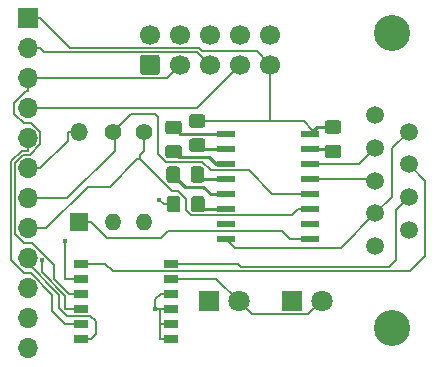
<source format=gtl>
G04 #@! TF.GenerationSoftware,KiCad,Pcbnew,(5.1.7)-1*
G04 #@! TF.CreationDate,2023-02-23T23:14:07-08:00*
G04 #@! TF.ProjectId,MB9X-UART,4d423958-2d55-4415-9254-2e6b69636164,rev?*
G04 #@! TF.SameCoordinates,Original*
G04 #@! TF.FileFunction,Copper,L1,Top*
G04 #@! TF.FilePolarity,Positive*
%FSLAX46Y46*%
G04 Gerber Fmt 4.6, Leading zero omitted, Abs format (unit mm)*
G04 Created by KiCad (PCBNEW (5.1.7)-1) date 2023-02-23 23:14:07*
%MOMM*%
%LPD*%
G01*
G04 APERTURE LIST*
G04 #@! TA.AperFunction,ComponentPad*
%ADD10O,1.700000X1.700000*%
G04 #@! TD*
G04 #@! TA.AperFunction,ComponentPad*
%ADD11R,1.700000X1.700000*%
G04 #@! TD*
G04 #@! TA.AperFunction,ComponentPad*
%ADD12C,3.048000*%
G04 #@! TD*
G04 #@! TA.AperFunction,ComponentPad*
%ADD13C,1.498600*%
G04 #@! TD*
G04 #@! TA.AperFunction,ComponentPad*
%ADD14O,1.400000X1.400000*%
G04 #@! TD*
G04 #@! TA.AperFunction,ComponentPad*
%ADD15C,1.400000*%
G04 #@! TD*
G04 #@! TA.AperFunction,SMDPad,CuDef*
%ADD16R,1.270000X0.760000*%
G04 #@! TD*
G04 #@! TA.AperFunction,SMDPad,CuDef*
%ADD17R,1.500000X0.600000*%
G04 #@! TD*
G04 #@! TA.AperFunction,ComponentPad*
%ADD18C,1.700000*%
G04 #@! TD*
G04 #@! TA.AperFunction,ComponentPad*
%ADD19C,1.800000*%
G04 #@! TD*
G04 #@! TA.AperFunction,ComponentPad*
%ADD20R,1.800000X1.800000*%
G04 #@! TD*
G04 #@! TA.AperFunction,ComponentPad*
%ADD21O,1.500000X1.500000*%
G04 #@! TD*
G04 #@! TA.AperFunction,ComponentPad*
%ADD22R,1.500000X1.500000*%
G04 #@! TD*
G04 #@! TA.AperFunction,ViaPad*
%ADD23C,0.381000*%
G04 #@! TD*
G04 #@! TA.AperFunction,Conductor*
%ADD24C,0.250000*%
G04 #@! TD*
G04 #@! TA.AperFunction,Conductor*
%ADD25C,0.152400*%
G04 #@! TD*
G04 APERTURE END LIST*
D10*
X131650000Y-110190000D03*
X131650000Y-107650000D03*
X131650000Y-105110000D03*
X131650000Y-102570000D03*
X131650000Y-100030000D03*
X131650000Y-97490000D03*
X131650000Y-94950000D03*
X131650000Y-92410000D03*
X131650000Y-89870000D03*
X131650000Y-87330000D03*
X131650000Y-84790000D03*
D11*
X131650000Y-82250000D03*
D12*
X162500002Y-108495000D03*
X162500002Y-83505000D03*
D13*
X163920001Y-100154998D03*
X163920001Y-97384998D03*
X163920001Y-94614999D03*
X163920001Y-91844999D03*
X161080002Y-101539999D03*
X161080002Y-98770000D03*
X161080002Y-96000000D03*
X161080002Y-93230000D03*
X161080002Y-90460001D03*
D14*
X141500000Y-99520000D03*
D15*
X141500000Y-91900000D03*
D14*
X138900000Y-99520000D03*
D15*
X138900000Y-91900000D03*
D16*
X143810000Y-109375000D03*
X143810000Y-108105000D03*
X143810000Y-106835000D03*
X136190000Y-106835000D03*
X136190000Y-108105000D03*
X136190000Y-109375000D03*
X143810000Y-105565000D03*
X136190000Y-105565000D03*
X143810000Y-104295000D03*
X136190000Y-104295000D03*
X143810000Y-103025000D03*
X136190000Y-103025000D03*
D17*
X155550000Y-92055000D03*
X155550000Y-93325000D03*
X155550000Y-94595000D03*
X155550000Y-95865000D03*
X155550000Y-97135000D03*
X155550000Y-98405000D03*
X155550000Y-99675000D03*
X155550000Y-100945000D03*
X148450000Y-100945000D03*
X148450000Y-99675000D03*
X148450000Y-98405000D03*
X148450000Y-97135000D03*
X148450000Y-95865000D03*
X148450000Y-94595000D03*
X148450000Y-93325000D03*
X148450000Y-92055000D03*
D18*
X152160000Y-83660000D03*
X149620000Y-83660000D03*
X147080000Y-83660000D03*
X144540000Y-83660000D03*
X142000000Y-83660000D03*
X152160000Y-86200000D03*
X149620000Y-86200000D03*
X147080000Y-86200000D03*
X144540000Y-86200000D03*
G04 #@! TA.AperFunction,ComponentPad*
G36*
G01*
X142600000Y-87050000D02*
X141400000Y-87050000D01*
G75*
G02*
X141150000Y-86800000I0J250000D01*
G01*
X141150000Y-85600000D01*
G75*
G02*
X141400000Y-85350000I250000J0D01*
G01*
X142600000Y-85350000D01*
G75*
G02*
X142850000Y-85600000I0J-250000D01*
G01*
X142850000Y-86800000D01*
G75*
G02*
X142600000Y-87050000I-250000J0D01*
G01*
G37*
G04 #@! TD.AperFunction*
D19*
X156540000Y-106200000D03*
D20*
X154000000Y-106200000D03*
D19*
X149540000Y-106200000D03*
D20*
X147000000Y-106200000D03*
D21*
X136000000Y-91880000D03*
D22*
X136000000Y-99500000D03*
G04 #@! TA.AperFunction,SMDPad,CuDef*
G36*
G01*
X157049999Y-92950000D02*
X157950001Y-92950000D01*
G75*
G02*
X158200000Y-93199999I0J-249999D01*
G01*
X158200000Y-93850001D01*
G75*
G02*
X157950001Y-94100000I-249999J0D01*
G01*
X157049999Y-94100000D01*
G75*
G02*
X156800000Y-93850001I0J249999D01*
G01*
X156800000Y-93199999D01*
G75*
G02*
X157049999Y-92950000I249999J0D01*
G01*
G37*
G04 #@! TD.AperFunction*
G04 #@! TA.AperFunction,SMDPad,CuDef*
G36*
G01*
X157049999Y-90900000D02*
X157950001Y-90900000D01*
G75*
G02*
X158200000Y-91149999I0J-249999D01*
G01*
X158200000Y-91800001D01*
G75*
G02*
X157950001Y-92050000I-249999J0D01*
G01*
X157049999Y-92050000D01*
G75*
G02*
X156800000Y-91800001I0J249999D01*
G01*
X156800000Y-91149999D01*
G75*
G02*
X157049999Y-90900000I249999J0D01*
G01*
G37*
G04 #@! TD.AperFunction*
G04 #@! TA.AperFunction,SMDPad,CuDef*
G36*
G01*
X145549999Y-92425000D02*
X146450001Y-92425000D01*
G75*
G02*
X146700000Y-92674999I0J-249999D01*
G01*
X146700000Y-93325001D01*
G75*
G02*
X146450001Y-93575000I-249999J0D01*
G01*
X145549999Y-93575000D01*
G75*
G02*
X145300000Y-93325001I0J249999D01*
G01*
X145300000Y-92674999D01*
G75*
G02*
X145549999Y-92425000I249999J0D01*
G01*
G37*
G04 #@! TD.AperFunction*
G04 #@! TA.AperFunction,SMDPad,CuDef*
G36*
G01*
X145549999Y-90375000D02*
X146450001Y-90375000D01*
G75*
G02*
X146700000Y-90624999I0J-249999D01*
G01*
X146700000Y-91275001D01*
G75*
G02*
X146450001Y-91525000I-249999J0D01*
G01*
X145549999Y-91525000D01*
G75*
G02*
X145300000Y-91275001I0J249999D01*
G01*
X145300000Y-90624999D01*
G75*
G02*
X145549999Y-90375000I249999J0D01*
G01*
G37*
G04 #@! TD.AperFunction*
G04 #@! TA.AperFunction,SMDPad,CuDef*
G36*
G01*
X144550000Y-95049999D02*
X144550000Y-95950001D01*
G75*
G02*
X144300001Y-96200000I-249999J0D01*
G01*
X143649999Y-96200000D01*
G75*
G02*
X143400000Y-95950001I0J249999D01*
G01*
X143400000Y-95049999D01*
G75*
G02*
X143649999Y-94800000I249999J0D01*
G01*
X144300001Y-94800000D01*
G75*
G02*
X144550000Y-95049999I0J-249999D01*
G01*
G37*
G04 #@! TD.AperFunction*
G04 #@! TA.AperFunction,SMDPad,CuDef*
G36*
G01*
X146600000Y-95049999D02*
X146600000Y-95950001D01*
G75*
G02*
X146350001Y-96200000I-249999J0D01*
G01*
X145699999Y-96200000D01*
G75*
G02*
X145450000Y-95950001I0J249999D01*
G01*
X145450000Y-95049999D01*
G75*
G02*
X145699999Y-94800000I249999J0D01*
G01*
X146350001Y-94800000D01*
G75*
G02*
X146600000Y-95049999I0J-249999D01*
G01*
G37*
G04 #@! TD.AperFunction*
G04 #@! TA.AperFunction,SMDPad,CuDef*
G36*
G01*
X144575000Y-97549999D02*
X144575000Y-98450001D01*
G75*
G02*
X144325001Y-98700000I-249999J0D01*
G01*
X143674999Y-98700000D01*
G75*
G02*
X143425000Y-98450001I0J249999D01*
G01*
X143425000Y-97549999D01*
G75*
G02*
X143674999Y-97300000I249999J0D01*
G01*
X144325001Y-97300000D01*
G75*
G02*
X144575000Y-97549999I0J-249999D01*
G01*
G37*
G04 #@! TD.AperFunction*
G04 #@! TA.AperFunction,SMDPad,CuDef*
G36*
G01*
X146625000Y-97549999D02*
X146625000Y-98450001D01*
G75*
G02*
X146375001Y-98700000I-249999J0D01*
G01*
X145724999Y-98700000D01*
G75*
G02*
X145475000Y-98450001I0J249999D01*
G01*
X145475000Y-97549999D01*
G75*
G02*
X145724999Y-97300000I249999J0D01*
G01*
X146375001Y-97300000D01*
G75*
G02*
X146625000Y-97549999I0J-249999D01*
G01*
G37*
G04 #@! TD.AperFunction*
G04 #@! TA.AperFunction,SMDPad,CuDef*
G36*
G01*
X143549999Y-92975000D02*
X144450001Y-92975000D01*
G75*
G02*
X144700000Y-93224999I0J-249999D01*
G01*
X144700000Y-93875001D01*
G75*
G02*
X144450001Y-94125000I-249999J0D01*
G01*
X143549999Y-94125000D01*
G75*
G02*
X143300000Y-93875001I0J249999D01*
G01*
X143300000Y-93224999D01*
G75*
G02*
X143549999Y-92975000I249999J0D01*
G01*
G37*
G04 #@! TD.AperFunction*
G04 #@! TA.AperFunction,SMDPad,CuDef*
G36*
G01*
X143549999Y-90925000D02*
X144450001Y-90925000D01*
G75*
G02*
X144700000Y-91174999I0J-249999D01*
G01*
X144700000Y-91825001D01*
G75*
G02*
X144450001Y-92075000I-249999J0D01*
G01*
X143549999Y-92075000D01*
G75*
G02*
X143300000Y-91825001I0J249999D01*
G01*
X143300000Y-91174999D01*
G75*
G02*
X143549999Y-90925000I249999J0D01*
G01*
G37*
G04 #@! TD.AperFunction*
D23*
X157500000Y-93525000D03*
X142446100Y-106835000D03*
X142800000Y-97600000D03*
X132860100Y-102702900D03*
X134826100Y-101073900D03*
D24*
X148450000Y-94595000D02*
X147595000Y-94595000D01*
X147595000Y-94595000D02*
X147000000Y-94000000D01*
X147000000Y-94000000D02*
X144450000Y-94000000D01*
X144450000Y-94000000D02*
X144000000Y-93550000D01*
X148450000Y-92055000D02*
X144555000Y-92055000D01*
X144555000Y-92055000D02*
X144000000Y-91500000D01*
D25*
X157093300Y-93325000D02*
X157233500Y-93325000D01*
X142878100Y-106835000D02*
X142446100Y-106835000D01*
X143310000Y-106835000D02*
X142878100Y-106835000D01*
X142878100Y-106835000D02*
X142878100Y-108105000D01*
X142916200Y-105565000D02*
X142446100Y-106035100D01*
X142446100Y-106035100D02*
X142446100Y-106835000D01*
X143310000Y-105565000D02*
X142916200Y-105565000D01*
X143310000Y-108105000D02*
X142878100Y-108105000D01*
X143310000Y-109375000D02*
X142878100Y-109375000D01*
X142878100Y-108105000D02*
X142878100Y-109375000D01*
D24*
X157093300Y-93325000D02*
X157300000Y-93325000D01*
X157300000Y-93325000D02*
X157500000Y-93525000D01*
X155550000Y-93325000D02*
X157093300Y-93325000D01*
D25*
X143200000Y-98000000D02*
X142800000Y-97600000D01*
X144000000Y-98000000D02*
X143200000Y-98000000D01*
D24*
X148450000Y-98405000D02*
X146455000Y-98405000D01*
X146455000Y-98405000D02*
X146050000Y-98000000D01*
X148450000Y-97135000D02*
X147135000Y-97135000D01*
X147135000Y-97135000D02*
X146525000Y-96525000D01*
X146525000Y-96525000D02*
X145000000Y-96525000D01*
X145000000Y-96525000D02*
X143975000Y-95500000D01*
X148450000Y-95865000D02*
X146390000Y-95865000D01*
X146390000Y-95865000D02*
X146025000Y-95500000D01*
X148450000Y-93325000D02*
X146325000Y-93325000D01*
X146325000Y-93325000D02*
X146000000Y-93000000D01*
D25*
X132728900Y-82250000D02*
X135268900Y-84790000D01*
X135268900Y-84790000D02*
X146119700Y-84790000D01*
X146119700Y-84790000D02*
X146398900Y-85069200D01*
X146398900Y-85069200D02*
X151029200Y-85069200D01*
X151029200Y-85069200D02*
X152160000Y-86200000D01*
X131650000Y-82250000D02*
X132728900Y-82250000D01*
X152160000Y-90950000D02*
X152160000Y-86200000D01*
X156540000Y-106200000D02*
X155411000Y-107329000D01*
X155411000Y-107329000D02*
X150669000Y-107329000D01*
X150669000Y-107329000D02*
X149540000Y-106200000D01*
X149540000Y-106200000D02*
X147635000Y-104295000D01*
X147635000Y-104295000D02*
X143310000Y-104295000D01*
X152160000Y-90950000D02*
X146000000Y-90950000D01*
X155840000Y-91765000D02*
X155025000Y-90950000D01*
X155025000Y-90950000D02*
X152160000Y-90950000D01*
D24*
X155840000Y-91765000D02*
X155550000Y-92055000D01*
X157500000Y-91475000D02*
X156130000Y-91475000D01*
X156130000Y-91475000D02*
X155840000Y-91765000D01*
D25*
X136000000Y-91880000D02*
X135021100Y-91880000D01*
X131650000Y-94950000D02*
X132728900Y-94950000D01*
X135021100Y-91880000D02*
X135021100Y-92657800D01*
X135021100Y-92657800D02*
X132728900Y-94950000D01*
X138378900Y-100900000D02*
X136978900Y-99500000D01*
X136978900Y-99500000D02*
X136000000Y-99500000D01*
X143500000Y-100300000D02*
X142900000Y-100900000D01*
X153200000Y-100300000D02*
X143500000Y-100300000D01*
X153845000Y-100945000D02*
X153200000Y-100300000D01*
X142900000Y-100900000D02*
X138378900Y-100900000D01*
X155550000Y-100945000D02*
X153845000Y-100945000D01*
X135690000Y-109375000D02*
X136553900Y-109375000D01*
X136977400Y-109375000D02*
X136190000Y-109375000D01*
X137400000Y-107888518D02*
X137400000Y-108952400D01*
X136955482Y-107444000D02*
X137400000Y-107888518D01*
X134958200Y-107444000D02*
X136955482Y-107444000D01*
X134299600Y-106785400D02*
X134958200Y-107444000D01*
X134299600Y-105651300D02*
X134299600Y-106785400D01*
X137400000Y-108952400D02*
X136977400Y-109375000D01*
X131650000Y-103001700D02*
X134299600Y-105651300D01*
X131650000Y-102570000D02*
X131650000Y-103001700D01*
X141168700Y-94189800D02*
X141168700Y-93831300D01*
X141168700Y-93831300D02*
X141500000Y-93500000D01*
X154571100Y-98405000D02*
X154042200Y-98933900D01*
X154042200Y-98933900D02*
X145467000Y-98933900D01*
X145467000Y-98933900D02*
X145025000Y-98491900D01*
X145025000Y-98491900D02*
X145025000Y-97519100D01*
X145025000Y-97519100D02*
X144384900Y-96879000D01*
X144384900Y-96879000D02*
X143857900Y-96879000D01*
X143857900Y-96879000D02*
X141168700Y-94189800D01*
X141168700Y-94189800D02*
X140913100Y-94189800D01*
X140913100Y-94189800D02*
X138601100Y-96501800D01*
X138601100Y-96501800D02*
X136735400Y-96501800D01*
X136735400Y-96501800D02*
X133207300Y-100029900D01*
X133207300Y-100029900D02*
X132728900Y-100029900D01*
X132728900Y-100029900D02*
X132728900Y-100030000D01*
X155550000Y-98405000D02*
X154571100Y-98405000D01*
X131650000Y-100030000D02*
X132728900Y-100030000D01*
X141500000Y-93500000D02*
X141500000Y-91900000D01*
X142655700Y-93707600D02*
X143356000Y-94407900D01*
X143356000Y-94407900D02*
X146439600Y-94407900D01*
X146439600Y-94407900D02*
X147155700Y-95124000D01*
X147155700Y-95124000D02*
X150349200Y-95124000D01*
X150349200Y-95124000D02*
X152360200Y-97135000D01*
X152360200Y-97135000D02*
X155550000Y-97135000D01*
X131650000Y-97490000D02*
X135010000Y-97490000D01*
X135010000Y-97490000D02*
X139000000Y-93500000D01*
X139000000Y-92000000D02*
X138900000Y-91900000D01*
X139000000Y-93500000D02*
X139000000Y-92000000D01*
X142655700Y-93707600D02*
X142655700Y-90655700D01*
X142655700Y-90655700D02*
X142400000Y-90400000D01*
X140400000Y-90400000D02*
X138900000Y-91900000D01*
X142400000Y-90400000D02*
X140400000Y-90400000D01*
X131650000Y-93488900D02*
X131133700Y-93488900D01*
X131133700Y-93488900D02*
X130261500Y-94361100D01*
X130261500Y-94361100D02*
X130261500Y-102731500D01*
X130261500Y-102731500D02*
X131370000Y-103840000D01*
X131370000Y-103840000D02*
X131905800Y-103840000D01*
X131905800Y-103840000D02*
X133726800Y-105661000D01*
X133726800Y-105661000D02*
X133726800Y-107005700D01*
X133726800Y-107005700D02*
X134826100Y-108105000D01*
X135690000Y-108105000D02*
X134826100Y-108105000D01*
X131650000Y-92410000D02*
X131650000Y-93488900D01*
X135690000Y-106835000D02*
X134826100Y-106835000D01*
X132860100Y-102702900D02*
X132860100Y-103780100D01*
X132860100Y-103780100D02*
X134826100Y-105746100D01*
X134826100Y-105746100D02*
X134826100Y-106835000D01*
X131650000Y-89870000D02*
X145950000Y-89870000D01*
X145950000Y-89870000D02*
X149620000Y-86200000D01*
X135690000Y-105565000D02*
X135108800Y-105565000D01*
X135108800Y-105565000D02*
X133906000Y-104362200D01*
X133906000Y-104362200D02*
X133906000Y-103155500D01*
X133906000Y-103155500D02*
X132050500Y-101300000D01*
X132050500Y-101300000D02*
X131352700Y-101300000D01*
X131352700Y-101300000D02*
X130566700Y-100514000D01*
X130566700Y-100514000D02*
X130566700Y-94492300D01*
X130566700Y-94492300D02*
X131264900Y-93794100D01*
X131264900Y-93794100D02*
X131813900Y-93794100D01*
X131813900Y-93794100D02*
X132729100Y-92878900D01*
X132729100Y-92878900D02*
X132729100Y-91900800D01*
X132729100Y-91900800D02*
X131968300Y-91140000D01*
X131968300Y-91140000D02*
X131317500Y-91140000D01*
X131317500Y-91140000D02*
X130529800Y-90352300D01*
X130529800Y-90352300D02*
X130529800Y-89394200D01*
X130529800Y-89394200D02*
X131515100Y-88408900D01*
X131515100Y-88408900D02*
X131650000Y-88408900D01*
X131650000Y-87330000D02*
X131650000Y-88408900D01*
X131650000Y-87330000D02*
X143410000Y-87330000D01*
X143410000Y-87330000D02*
X144540000Y-86200000D01*
X131650000Y-84790000D02*
X132728900Y-84790000D01*
X132728900Y-84790000D02*
X133034100Y-85095200D01*
X133034100Y-85095200D02*
X145975200Y-85095200D01*
X145975200Y-85095200D02*
X147080000Y-86200000D01*
X134826100Y-104295000D02*
X134826100Y-102365400D01*
X135690000Y-104295000D02*
X134826100Y-104295000D01*
X134826100Y-102365400D02*
X134826100Y-101073900D01*
X143310000Y-103025000D02*
X144173900Y-103025000D01*
X149425000Y-103025000D02*
X143810000Y-103025000D01*
X149700000Y-103300000D02*
X149425000Y-103025000D01*
X162200000Y-103300000D02*
X149700000Y-103300000D01*
X162800000Y-102700000D02*
X162200000Y-103300000D01*
X162800000Y-98504999D02*
X162800000Y-102700000D01*
X163920001Y-97384998D02*
X162800000Y-98504999D01*
X135690000Y-103025000D02*
X136553900Y-103025000D01*
X138225000Y-103025000D02*
X136190000Y-103025000D01*
X164013601Y-103686399D02*
X138886399Y-103686399D01*
X165300000Y-102400000D02*
X164013601Y-103686399D01*
X138886399Y-103686399D02*
X138225000Y-103025000D01*
X165300000Y-95994998D02*
X165300000Y-102400000D01*
X163920001Y-94614999D02*
X165300000Y-95994998D01*
X163920001Y-91844999D02*
X162500000Y-93265000D01*
X162500000Y-97350002D02*
X161080002Y-98770000D01*
X162500000Y-93265000D02*
X162500000Y-97350002D01*
X148450000Y-100945000D02*
X149205000Y-101700000D01*
X158150002Y-101700000D02*
X157900000Y-101700000D01*
X161080002Y-98770000D02*
X158150002Y-101700000D01*
X149205000Y-101700000D02*
X157900000Y-101700000D01*
X155550000Y-95865000D02*
X160945000Y-95865000D01*
X160945000Y-95865000D02*
X161080000Y-96000000D01*
X161080002Y-93230000D02*
X159710002Y-94600000D01*
X155555000Y-94600000D02*
X155550000Y-94595000D01*
X159710002Y-94600000D02*
X155555000Y-94600000D01*
M02*

</source>
